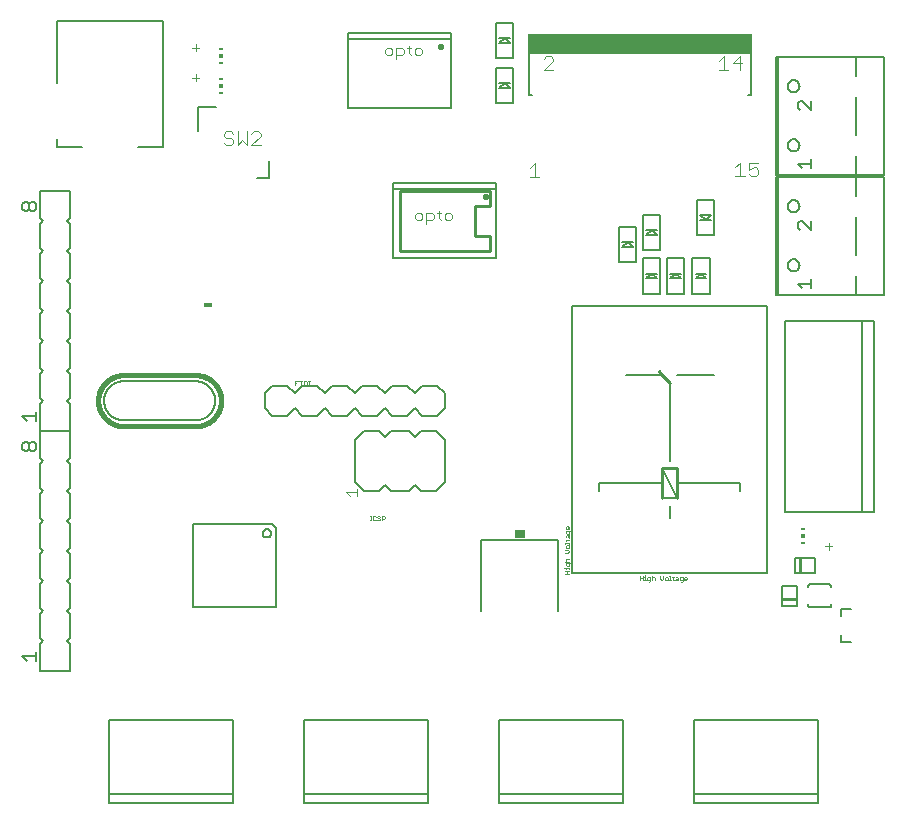
<source format=gto>
G75*
%MOIN*%
%OFA0B0*%
%FSLAX25Y25*%
%IPPOS*%
%LPD*%
%AMOC8*
5,1,8,0,0,1.08239X$1,22.5*
%
%ADD10C,0.00100*%
%ADD11C,0.01000*%
%ADD12C,0.00300*%
%ADD13C,0.00500*%
%ADD14C,0.00600*%
%ADD15C,0.00400*%
%ADD16R,0.74606X0.06594*%
%ADD17C,0.00800*%
%ADD18C,0.02174*%
%ADD19R,0.02800X0.01600*%
%ADD20C,0.01600*%
%ADD21R,0.01181X0.00591*%
%ADD22R,0.01181X0.01181*%
%ADD23R,0.03400X0.03000*%
D10*
X0119217Y0096850D02*
X0119717Y0096850D01*
X0119467Y0096850D02*
X0119467Y0098351D01*
X0119217Y0098351D02*
X0119717Y0098351D01*
X0120199Y0098101D02*
X0120449Y0098351D01*
X0120949Y0098351D01*
X0121200Y0098101D01*
X0121672Y0098101D02*
X0121922Y0098351D01*
X0122423Y0098351D01*
X0122673Y0098101D01*
X0123145Y0098351D02*
X0123145Y0096850D01*
X0123145Y0097350D02*
X0123896Y0097350D01*
X0124146Y0097601D01*
X0124146Y0098101D01*
X0123896Y0098351D01*
X0123145Y0098351D01*
X0122423Y0097601D02*
X0122673Y0097350D01*
X0122673Y0097100D01*
X0122423Y0096850D01*
X0121922Y0096850D01*
X0121672Y0097100D01*
X0121200Y0097100D02*
X0120949Y0096850D01*
X0120449Y0096850D01*
X0120199Y0097100D01*
X0120199Y0098101D01*
X0121672Y0098101D02*
X0121672Y0097851D01*
X0121922Y0097601D01*
X0122423Y0097601D01*
X0099137Y0141850D02*
X0098636Y0141850D01*
X0098887Y0141850D02*
X0098887Y0143351D01*
X0099137Y0143351D02*
X0098636Y0143351D01*
X0098164Y0143101D02*
X0097914Y0143351D01*
X0097163Y0143351D01*
X0097163Y0141850D01*
X0097914Y0141850D01*
X0098164Y0142100D01*
X0098164Y0143101D01*
X0096691Y0143351D02*
X0095690Y0143351D01*
X0095218Y0143351D02*
X0094217Y0143351D01*
X0094217Y0141850D01*
X0094217Y0142601D02*
X0094717Y0142601D01*
X0096190Y0143351D02*
X0096190Y0141850D01*
X0184716Y0094654D02*
X0184966Y0094904D01*
X0185216Y0094904D01*
X0185216Y0093903D01*
X0184966Y0093903D02*
X0184716Y0094154D01*
X0184716Y0094654D01*
X0184966Y0093903D02*
X0185466Y0093903D01*
X0185717Y0094154D01*
X0185717Y0094654D01*
X0185717Y0093431D02*
X0185717Y0092680D01*
X0185466Y0092430D01*
X0184966Y0092430D01*
X0184716Y0092680D01*
X0184716Y0093431D01*
X0185967Y0093431D01*
X0186217Y0093181D01*
X0186217Y0092931D01*
X0185717Y0091958D02*
X0185717Y0091207D01*
X0185466Y0090957D01*
X0185216Y0091207D01*
X0185216Y0091958D01*
X0184966Y0091958D02*
X0185717Y0091958D01*
X0184966Y0091958D02*
X0184716Y0091708D01*
X0184716Y0091207D01*
X0184716Y0090475D02*
X0184716Y0089975D01*
X0184466Y0090225D02*
X0185466Y0090225D01*
X0185717Y0090475D01*
X0185717Y0089493D02*
X0185717Y0088993D01*
X0185717Y0089243D02*
X0184215Y0089243D01*
X0184215Y0088993D01*
X0184716Y0088270D02*
X0184716Y0087770D01*
X0184966Y0087519D01*
X0185466Y0087519D01*
X0185717Y0087770D01*
X0185717Y0088270D01*
X0185466Y0088520D01*
X0184966Y0088520D01*
X0184716Y0088270D01*
X0185216Y0087047D02*
X0184215Y0087047D01*
X0184215Y0086046D02*
X0185216Y0086046D01*
X0185717Y0086546D01*
X0185216Y0087047D01*
X0184966Y0084100D02*
X0185717Y0084100D01*
X0184966Y0084100D02*
X0184716Y0083850D01*
X0184716Y0083350D01*
X0184966Y0083100D01*
X0184716Y0082627D02*
X0184716Y0081877D01*
X0184966Y0081626D01*
X0185466Y0081626D01*
X0185717Y0081877D01*
X0185717Y0082627D01*
X0185967Y0082627D02*
X0184716Y0082627D01*
X0184215Y0083100D02*
X0185717Y0083100D01*
X0185967Y0082627D02*
X0186217Y0082377D01*
X0186217Y0082127D01*
X0185717Y0081145D02*
X0185717Y0080644D01*
X0185717Y0080894D02*
X0184716Y0080894D01*
X0184716Y0080644D01*
X0184966Y0080172D02*
X0184966Y0079171D01*
X0185717Y0079171D02*
X0184215Y0079171D01*
X0184215Y0080172D02*
X0185717Y0080172D01*
X0184215Y0080894D02*
X0183965Y0080894D01*
X0209217Y0078351D02*
X0209217Y0076850D01*
X0209217Y0077601D02*
X0210218Y0077601D01*
X0210690Y0077851D02*
X0210940Y0077851D01*
X0210940Y0076850D01*
X0210690Y0076850D02*
X0211190Y0076850D01*
X0211672Y0077100D02*
X0211922Y0076850D01*
X0212673Y0076850D01*
X0212673Y0076600D02*
X0212673Y0077851D01*
X0211922Y0077851D01*
X0211672Y0077601D01*
X0211672Y0077100D01*
X0212173Y0076350D02*
X0212423Y0076350D01*
X0212673Y0076600D01*
X0213145Y0076850D02*
X0213145Y0078351D01*
X0213396Y0077851D02*
X0213896Y0077851D01*
X0214146Y0077601D01*
X0214146Y0076850D01*
X0213396Y0077851D02*
X0213145Y0077601D01*
X0210940Y0078351D02*
X0210940Y0078601D01*
X0210218Y0078351D02*
X0210218Y0076850D01*
X0216092Y0077350D02*
X0216592Y0076850D01*
X0217093Y0077350D01*
X0217093Y0078351D01*
X0217815Y0077851D02*
X0217565Y0077601D01*
X0217565Y0077100D01*
X0217815Y0076850D01*
X0218316Y0076850D01*
X0218566Y0077100D01*
X0218566Y0077601D01*
X0218316Y0077851D01*
X0217815Y0077851D01*
X0219038Y0078351D02*
X0219289Y0078351D01*
X0219289Y0076850D01*
X0219539Y0076850D02*
X0219038Y0076850D01*
X0220271Y0077100D02*
X0220521Y0076850D01*
X0220271Y0077100D02*
X0220271Y0078101D01*
X0220021Y0077851D02*
X0220521Y0077851D01*
X0221253Y0077851D02*
X0221753Y0077851D01*
X0222004Y0077601D01*
X0222004Y0076850D01*
X0221253Y0076850D01*
X0221003Y0077100D01*
X0221253Y0077350D01*
X0222004Y0077350D01*
X0222476Y0077100D02*
X0222726Y0076850D01*
X0223477Y0076850D01*
X0223477Y0076600D02*
X0223477Y0077851D01*
X0222726Y0077851D01*
X0222476Y0077601D01*
X0222476Y0077100D01*
X0222976Y0076350D02*
X0223227Y0076350D01*
X0223477Y0076600D01*
X0223949Y0077100D02*
X0223949Y0077601D01*
X0224199Y0077851D01*
X0224700Y0077851D01*
X0224950Y0077601D01*
X0224950Y0077350D01*
X0223949Y0077350D01*
X0223949Y0077100D02*
X0224199Y0076850D01*
X0224700Y0076850D01*
X0216092Y0077350D02*
X0216092Y0078351D01*
D11*
X0216667Y0104300D02*
X0216667Y0109300D01*
X0216667Y0114300D01*
X0221667Y0114300D01*
X0221667Y0109300D01*
X0221667Y0104300D01*
X0219167Y0142800D02*
X0216667Y0145300D01*
X0215467Y0146600D01*
X0159167Y0186800D02*
X0159167Y0191800D01*
X0154167Y0191800D01*
X0154167Y0201800D01*
X0159167Y0201800D01*
X0159167Y0206800D01*
X0129167Y0206800D01*
X0129167Y0186800D01*
X0159167Y0186800D01*
D12*
X0146607Y0197567D02*
X0146607Y0198802D01*
X0145990Y0199419D01*
X0144756Y0199419D01*
X0144138Y0198802D01*
X0144138Y0197567D01*
X0144756Y0196950D01*
X0145990Y0196950D01*
X0146607Y0197567D01*
X0142917Y0196950D02*
X0142300Y0197567D01*
X0142300Y0200036D01*
X0141683Y0199419D02*
X0142917Y0199419D01*
X0140469Y0198802D02*
X0140469Y0197567D01*
X0139851Y0196950D01*
X0138000Y0196950D01*
X0138000Y0195716D02*
X0138000Y0199419D01*
X0139851Y0199419D01*
X0140469Y0198802D01*
X0136785Y0198802D02*
X0136168Y0199419D01*
X0134934Y0199419D01*
X0134317Y0198802D01*
X0134317Y0197567D01*
X0134934Y0196950D01*
X0136168Y0196950D01*
X0136785Y0197567D01*
X0136785Y0198802D01*
X0128000Y0250716D02*
X0128000Y0254419D01*
X0129851Y0254419D01*
X0130469Y0253802D01*
X0130469Y0252567D01*
X0129851Y0251950D01*
X0128000Y0251950D01*
X0126785Y0252567D02*
X0126785Y0253802D01*
X0126168Y0254419D01*
X0124934Y0254419D01*
X0124317Y0253802D01*
X0124317Y0252567D01*
X0124934Y0251950D01*
X0126168Y0251950D01*
X0126785Y0252567D01*
X0131683Y0254419D02*
X0132917Y0254419D01*
X0132300Y0255036D02*
X0132300Y0252567D01*
X0132917Y0251950D01*
X0134138Y0252567D02*
X0134756Y0251950D01*
X0135990Y0251950D01*
X0136607Y0252567D01*
X0136607Y0253802D01*
X0135990Y0254419D01*
X0134756Y0254419D01*
X0134138Y0253802D01*
X0134138Y0252567D01*
X0062399Y0254501D02*
X0059931Y0254501D01*
X0061165Y0253267D02*
X0061165Y0255736D01*
X0061165Y0245736D02*
X0061165Y0243267D01*
X0059931Y0244501D02*
X0062399Y0244501D01*
X0115017Y0107419D02*
X0115017Y0104950D01*
X0115017Y0106184D02*
X0111313Y0106184D01*
X0112548Y0104950D01*
X0270931Y0088184D02*
X0273399Y0088184D01*
X0272165Y0086950D02*
X0272165Y0089419D01*
D13*
X0267513Y0084359D02*
X0267513Y0079241D01*
X0260820Y0079241D01*
X0260820Y0084359D01*
X0267513Y0084359D01*
X0262986Y0084162D02*
X0262986Y0079438D01*
X0262592Y0079438D02*
X0262592Y0084162D01*
X0262986Y0084162D01*
X0261726Y0075146D02*
X0256608Y0075146D01*
X0256608Y0068454D01*
X0261726Y0068454D01*
X0261726Y0075146D01*
X0261529Y0070619D02*
X0256804Y0070619D01*
X0256804Y0070225D01*
X0261529Y0070225D01*
X0232619Y0172394D02*
X0226714Y0172394D01*
X0226714Y0184206D01*
X0232619Y0184206D01*
X0232619Y0172394D01*
X0231417Y0177550D02*
X0229667Y0179050D01*
X0227917Y0177550D01*
X0231417Y0177550D01*
X0231417Y0179050D02*
X0227917Y0179050D01*
X0222917Y0179050D02*
X0219417Y0179050D01*
X0219417Y0177550D02*
X0221167Y0179050D01*
X0222917Y0177550D01*
X0219417Y0177550D01*
X0214917Y0177550D02*
X0213167Y0179050D01*
X0211417Y0177550D01*
X0214917Y0177550D01*
X0214917Y0179050D02*
X0211417Y0179050D01*
X0208119Y0182894D02*
X0202214Y0182894D01*
X0202214Y0194706D01*
X0208119Y0194706D01*
X0208119Y0182894D01*
X0210214Y0184206D02*
X0210214Y0172394D01*
X0216119Y0172394D01*
X0216119Y0184206D01*
X0210214Y0184206D01*
X0210214Y0186894D02*
X0210214Y0198706D01*
X0216119Y0198706D01*
X0216119Y0186894D01*
X0210214Y0186894D01*
X0206917Y0188050D02*
X0205167Y0189550D01*
X0203417Y0188050D01*
X0206917Y0188050D01*
X0206917Y0189550D02*
X0203417Y0189550D01*
X0211417Y0192050D02*
X0213167Y0193550D01*
X0214917Y0192050D01*
X0211417Y0192050D01*
X0211417Y0193550D02*
X0214917Y0193550D01*
X0218214Y0184206D02*
X0218214Y0172394D01*
X0224119Y0172394D01*
X0224119Y0184206D01*
X0218214Y0184206D01*
X0228214Y0191894D02*
X0228214Y0203706D01*
X0234119Y0203706D01*
X0234119Y0191894D01*
X0228214Y0191894D01*
X0229417Y0197050D02*
X0232917Y0197050D01*
X0232917Y0198550D02*
X0231167Y0197050D01*
X0229417Y0198550D01*
X0232917Y0198550D01*
X0261913Y0195959D02*
X0261913Y0194458D01*
X0262663Y0193707D01*
X0261913Y0195959D02*
X0262663Y0196710D01*
X0263414Y0196710D01*
X0266417Y0193707D01*
X0266417Y0196710D01*
X0266417Y0214207D02*
X0266417Y0217210D01*
X0266417Y0215709D02*
X0261913Y0215709D01*
X0263414Y0214207D01*
X0262663Y0233707D02*
X0261913Y0234458D01*
X0261913Y0235959D01*
X0262663Y0236710D01*
X0263414Y0236710D01*
X0266417Y0233707D01*
X0266417Y0236710D01*
X0266417Y0177210D02*
X0266417Y0174207D01*
X0266417Y0175709D02*
X0261913Y0175709D01*
X0263414Y0174207D01*
X0167119Y0235894D02*
X0161214Y0235894D01*
X0161214Y0247706D01*
X0167119Y0247706D01*
X0167119Y0235894D01*
X0165917Y0241050D02*
X0164167Y0242550D01*
X0162417Y0241050D01*
X0165917Y0241050D01*
X0165917Y0242550D02*
X0162417Y0242550D01*
X0161214Y0250894D02*
X0161214Y0262706D01*
X0167119Y0262706D01*
X0167119Y0250894D01*
X0161214Y0250894D01*
X0162417Y0256050D02*
X0164167Y0257550D01*
X0165917Y0256050D01*
X0162417Y0256050D01*
X0162417Y0257550D02*
X0165917Y0257550D01*
X0085517Y0216800D02*
X0085517Y0211100D01*
X0081667Y0211100D01*
X0061917Y0226800D02*
X0061917Y0234750D01*
X0061915Y0234750D01*
X0061917Y0234750D02*
X0068017Y0234750D01*
X0007917Y0202302D02*
X0007917Y0200801D01*
X0007166Y0200050D01*
X0006415Y0200050D01*
X0005665Y0200801D01*
X0005665Y0202302D01*
X0006415Y0203053D01*
X0007166Y0203053D01*
X0007917Y0202302D01*
X0005665Y0202302D02*
X0004914Y0203053D01*
X0004163Y0203053D01*
X0003413Y0202302D01*
X0003413Y0200801D01*
X0004163Y0200050D01*
X0004914Y0200050D01*
X0005665Y0200801D01*
X0007917Y0133053D02*
X0007917Y0130050D01*
X0007917Y0131551D02*
X0003413Y0131551D01*
X0004914Y0130050D01*
X0004914Y0123053D02*
X0005665Y0122302D01*
X0005665Y0120801D01*
X0004914Y0120050D01*
X0004163Y0120050D01*
X0003413Y0120801D01*
X0003413Y0122302D01*
X0004163Y0123053D01*
X0004914Y0123053D01*
X0005665Y0122302D02*
X0006415Y0123053D01*
X0007166Y0123053D01*
X0007917Y0122302D01*
X0007917Y0120801D01*
X0007166Y0120050D01*
X0006415Y0120050D01*
X0005665Y0120801D01*
X0007917Y0053053D02*
X0007917Y0050050D01*
X0007917Y0051551D02*
X0003413Y0051551D01*
X0004914Y0050050D01*
X0114167Y0109800D02*
X0114167Y0123800D01*
X0117167Y0126800D01*
X0122167Y0126800D01*
X0124167Y0124800D01*
X0126167Y0126800D01*
X0132167Y0126800D01*
X0134167Y0124800D01*
X0136167Y0126800D01*
X0141167Y0126800D01*
X0144167Y0123800D01*
X0144167Y0109800D01*
X0141167Y0106800D01*
X0136167Y0106800D01*
X0134167Y0108800D01*
X0132167Y0106800D01*
X0126167Y0106800D01*
X0124167Y0108800D01*
X0122167Y0106800D01*
X0117167Y0106800D01*
X0114167Y0109800D01*
D14*
X0116667Y0131800D02*
X0114167Y0134300D01*
X0111667Y0131800D01*
X0106667Y0131800D01*
X0104167Y0134300D01*
X0101667Y0131800D01*
X0096667Y0131800D01*
X0094167Y0134300D01*
X0091667Y0131800D01*
X0086667Y0131800D01*
X0084167Y0134300D01*
X0084167Y0139300D01*
X0086667Y0141800D01*
X0091667Y0141800D01*
X0094167Y0139300D01*
X0096667Y0141800D01*
X0101667Y0141800D01*
X0104167Y0139300D01*
X0106667Y0141800D01*
X0111667Y0141800D01*
X0114167Y0139300D01*
X0116667Y0141800D01*
X0121667Y0141800D01*
X0124167Y0139300D01*
X0126667Y0141800D01*
X0131667Y0141800D01*
X0134167Y0139300D01*
X0136667Y0141800D01*
X0141667Y0141800D01*
X0144167Y0139300D01*
X0144167Y0134300D01*
X0141667Y0131800D01*
X0136667Y0131800D01*
X0134167Y0134300D01*
X0131667Y0131800D01*
X0126667Y0131800D01*
X0124167Y0134300D01*
X0121667Y0131800D01*
X0116667Y0131800D01*
X0086568Y0095599D02*
X0087966Y0094202D01*
X0087966Y0068001D01*
X0060367Y0068001D01*
X0060367Y0095599D01*
X0086568Y0095599D01*
X0083553Y0092600D02*
X0083555Y0092675D01*
X0083561Y0092749D01*
X0083571Y0092823D01*
X0083584Y0092896D01*
X0083602Y0092969D01*
X0083623Y0093040D01*
X0083648Y0093111D01*
X0083677Y0093180D01*
X0083710Y0093247D01*
X0083746Y0093312D01*
X0083785Y0093376D01*
X0083827Y0093437D01*
X0083873Y0093496D01*
X0083922Y0093553D01*
X0083974Y0093606D01*
X0084028Y0093657D01*
X0084085Y0093706D01*
X0084145Y0093750D01*
X0084207Y0093792D01*
X0084271Y0093831D01*
X0084337Y0093866D01*
X0084404Y0093897D01*
X0084474Y0093925D01*
X0084544Y0093949D01*
X0084616Y0093970D01*
X0084689Y0093986D01*
X0084762Y0093999D01*
X0084837Y0094008D01*
X0084911Y0094013D01*
X0084986Y0094014D01*
X0085060Y0094011D01*
X0085135Y0094004D01*
X0085208Y0093993D01*
X0085282Y0093979D01*
X0085354Y0093960D01*
X0085425Y0093938D01*
X0085495Y0093912D01*
X0085564Y0093882D01*
X0085630Y0093849D01*
X0085695Y0093812D01*
X0085758Y0093772D01*
X0085819Y0093728D01*
X0085877Y0093682D01*
X0085933Y0093632D01*
X0085986Y0093580D01*
X0086037Y0093525D01*
X0086084Y0093467D01*
X0086128Y0093407D01*
X0086169Y0093344D01*
X0086207Y0093280D01*
X0086241Y0093214D01*
X0086272Y0093145D01*
X0086299Y0093076D01*
X0086322Y0093005D01*
X0086341Y0092933D01*
X0086357Y0092860D01*
X0086369Y0092786D01*
X0086377Y0092712D01*
X0086381Y0092637D01*
X0086381Y0092563D01*
X0086377Y0092488D01*
X0086369Y0092414D01*
X0086357Y0092340D01*
X0086341Y0092267D01*
X0086322Y0092195D01*
X0086299Y0092124D01*
X0086272Y0092055D01*
X0086241Y0091986D01*
X0086207Y0091920D01*
X0086169Y0091856D01*
X0086128Y0091793D01*
X0086084Y0091733D01*
X0086037Y0091675D01*
X0085986Y0091620D01*
X0085933Y0091568D01*
X0085877Y0091518D01*
X0085819Y0091472D01*
X0085758Y0091428D01*
X0085695Y0091388D01*
X0085630Y0091351D01*
X0085564Y0091318D01*
X0085495Y0091288D01*
X0085425Y0091262D01*
X0085354Y0091240D01*
X0085282Y0091221D01*
X0085208Y0091207D01*
X0085135Y0091196D01*
X0085060Y0091189D01*
X0084986Y0091186D01*
X0084911Y0091187D01*
X0084837Y0091192D01*
X0084762Y0091201D01*
X0084689Y0091214D01*
X0084616Y0091230D01*
X0084544Y0091251D01*
X0084474Y0091275D01*
X0084404Y0091303D01*
X0084337Y0091334D01*
X0084271Y0091369D01*
X0084207Y0091408D01*
X0084145Y0091450D01*
X0084085Y0091494D01*
X0084028Y0091543D01*
X0083974Y0091594D01*
X0083922Y0091647D01*
X0083873Y0091704D01*
X0083827Y0091763D01*
X0083785Y0091824D01*
X0083746Y0091888D01*
X0083710Y0091953D01*
X0083677Y0092020D01*
X0083648Y0092089D01*
X0083623Y0092160D01*
X0083602Y0092231D01*
X0083584Y0092304D01*
X0083571Y0092377D01*
X0083561Y0092451D01*
X0083555Y0092525D01*
X0083553Y0092600D01*
X0061167Y0130300D02*
X0037167Y0130300D01*
X0037007Y0130302D01*
X0036848Y0130308D01*
X0036689Y0130318D01*
X0036530Y0130331D01*
X0036371Y0130349D01*
X0036213Y0130370D01*
X0036056Y0130396D01*
X0035899Y0130425D01*
X0035743Y0130458D01*
X0035588Y0130495D01*
X0035433Y0130535D01*
X0035280Y0130580D01*
X0035128Y0130628D01*
X0034977Y0130680D01*
X0034828Y0130736D01*
X0034680Y0130795D01*
X0034533Y0130858D01*
X0034388Y0130924D01*
X0034245Y0130994D01*
X0034103Y0131068D01*
X0033963Y0131144D01*
X0033825Y0131225D01*
X0033690Y0131308D01*
X0033556Y0131395D01*
X0033424Y0131486D01*
X0033295Y0131579D01*
X0033168Y0131676D01*
X0033043Y0131775D01*
X0032921Y0131878D01*
X0032802Y0131984D01*
X0032685Y0132092D01*
X0032571Y0132204D01*
X0032459Y0132318D01*
X0032351Y0132435D01*
X0032245Y0132554D01*
X0032142Y0132676D01*
X0032043Y0132801D01*
X0031946Y0132928D01*
X0031853Y0133057D01*
X0031762Y0133189D01*
X0031675Y0133323D01*
X0031592Y0133458D01*
X0031511Y0133596D01*
X0031435Y0133736D01*
X0031361Y0133878D01*
X0031291Y0134021D01*
X0031225Y0134166D01*
X0031162Y0134313D01*
X0031103Y0134461D01*
X0031047Y0134610D01*
X0030995Y0134761D01*
X0030947Y0134913D01*
X0030902Y0135066D01*
X0030862Y0135221D01*
X0030825Y0135376D01*
X0030792Y0135532D01*
X0030763Y0135689D01*
X0030737Y0135846D01*
X0030716Y0136004D01*
X0030698Y0136163D01*
X0030685Y0136322D01*
X0030675Y0136481D01*
X0030669Y0136640D01*
X0030667Y0136800D01*
X0030669Y0136960D01*
X0030675Y0137119D01*
X0030685Y0137278D01*
X0030698Y0137437D01*
X0030716Y0137596D01*
X0030737Y0137754D01*
X0030763Y0137911D01*
X0030792Y0138068D01*
X0030825Y0138224D01*
X0030862Y0138379D01*
X0030902Y0138534D01*
X0030947Y0138687D01*
X0030995Y0138839D01*
X0031047Y0138990D01*
X0031103Y0139139D01*
X0031162Y0139287D01*
X0031225Y0139434D01*
X0031291Y0139579D01*
X0031361Y0139722D01*
X0031435Y0139864D01*
X0031511Y0140004D01*
X0031592Y0140142D01*
X0031675Y0140277D01*
X0031762Y0140411D01*
X0031853Y0140543D01*
X0031946Y0140672D01*
X0032043Y0140799D01*
X0032142Y0140924D01*
X0032245Y0141046D01*
X0032351Y0141165D01*
X0032459Y0141282D01*
X0032571Y0141396D01*
X0032685Y0141508D01*
X0032802Y0141616D01*
X0032921Y0141722D01*
X0033043Y0141825D01*
X0033168Y0141924D01*
X0033295Y0142021D01*
X0033424Y0142114D01*
X0033556Y0142205D01*
X0033690Y0142292D01*
X0033825Y0142375D01*
X0033963Y0142456D01*
X0034103Y0142532D01*
X0034245Y0142606D01*
X0034388Y0142676D01*
X0034533Y0142742D01*
X0034680Y0142805D01*
X0034828Y0142864D01*
X0034977Y0142920D01*
X0035128Y0142972D01*
X0035280Y0143020D01*
X0035433Y0143065D01*
X0035588Y0143105D01*
X0035743Y0143142D01*
X0035899Y0143175D01*
X0036056Y0143204D01*
X0036213Y0143230D01*
X0036371Y0143251D01*
X0036530Y0143269D01*
X0036689Y0143282D01*
X0036848Y0143292D01*
X0037007Y0143298D01*
X0037167Y0143300D01*
X0061167Y0143300D01*
X0061327Y0143298D01*
X0061486Y0143292D01*
X0061645Y0143282D01*
X0061804Y0143269D01*
X0061963Y0143251D01*
X0062121Y0143230D01*
X0062278Y0143204D01*
X0062435Y0143175D01*
X0062591Y0143142D01*
X0062746Y0143105D01*
X0062901Y0143065D01*
X0063054Y0143020D01*
X0063206Y0142972D01*
X0063357Y0142920D01*
X0063506Y0142864D01*
X0063654Y0142805D01*
X0063801Y0142742D01*
X0063946Y0142676D01*
X0064089Y0142606D01*
X0064231Y0142532D01*
X0064371Y0142456D01*
X0064509Y0142375D01*
X0064644Y0142292D01*
X0064778Y0142205D01*
X0064910Y0142114D01*
X0065039Y0142021D01*
X0065166Y0141924D01*
X0065291Y0141825D01*
X0065413Y0141722D01*
X0065532Y0141616D01*
X0065649Y0141508D01*
X0065763Y0141396D01*
X0065875Y0141282D01*
X0065983Y0141165D01*
X0066089Y0141046D01*
X0066192Y0140924D01*
X0066291Y0140799D01*
X0066388Y0140672D01*
X0066481Y0140543D01*
X0066572Y0140411D01*
X0066659Y0140277D01*
X0066742Y0140142D01*
X0066823Y0140004D01*
X0066899Y0139864D01*
X0066973Y0139722D01*
X0067043Y0139579D01*
X0067109Y0139434D01*
X0067172Y0139287D01*
X0067231Y0139139D01*
X0067287Y0138990D01*
X0067339Y0138839D01*
X0067387Y0138687D01*
X0067432Y0138534D01*
X0067472Y0138379D01*
X0067509Y0138224D01*
X0067542Y0138068D01*
X0067571Y0137911D01*
X0067597Y0137754D01*
X0067618Y0137596D01*
X0067636Y0137437D01*
X0067649Y0137278D01*
X0067659Y0137119D01*
X0067665Y0136960D01*
X0067667Y0136800D01*
X0067665Y0136640D01*
X0067659Y0136481D01*
X0067649Y0136322D01*
X0067636Y0136163D01*
X0067618Y0136004D01*
X0067597Y0135846D01*
X0067571Y0135689D01*
X0067542Y0135532D01*
X0067509Y0135376D01*
X0067472Y0135221D01*
X0067432Y0135066D01*
X0067387Y0134913D01*
X0067339Y0134761D01*
X0067287Y0134610D01*
X0067231Y0134461D01*
X0067172Y0134313D01*
X0067109Y0134166D01*
X0067043Y0134021D01*
X0066973Y0133878D01*
X0066899Y0133736D01*
X0066823Y0133596D01*
X0066742Y0133458D01*
X0066659Y0133323D01*
X0066572Y0133189D01*
X0066481Y0133057D01*
X0066388Y0132928D01*
X0066291Y0132801D01*
X0066192Y0132676D01*
X0066089Y0132554D01*
X0065983Y0132435D01*
X0065875Y0132318D01*
X0065763Y0132204D01*
X0065649Y0132092D01*
X0065532Y0131984D01*
X0065413Y0131878D01*
X0065291Y0131775D01*
X0065166Y0131676D01*
X0065039Y0131579D01*
X0064910Y0131486D01*
X0064778Y0131395D01*
X0064644Y0131308D01*
X0064509Y0131225D01*
X0064371Y0131144D01*
X0064231Y0131068D01*
X0064089Y0130994D01*
X0063946Y0130924D01*
X0063801Y0130858D01*
X0063654Y0130795D01*
X0063506Y0130736D01*
X0063357Y0130680D01*
X0063206Y0130628D01*
X0063054Y0130580D01*
X0062901Y0130535D01*
X0062746Y0130495D01*
X0062591Y0130458D01*
X0062435Y0130425D01*
X0062278Y0130396D01*
X0062121Y0130370D01*
X0061963Y0130349D01*
X0061804Y0130331D01*
X0061645Y0130318D01*
X0061486Y0130308D01*
X0061327Y0130302D01*
X0061167Y0130300D01*
X0019167Y0126800D02*
X0019167Y0117800D01*
X0018167Y0116800D01*
X0019167Y0115800D01*
X0019167Y0107800D01*
X0018167Y0106800D01*
X0019167Y0105800D01*
X0019167Y0097800D01*
X0018167Y0096800D01*
X0019167Y0095800D01*
X0019167Y0087800D01*
X0018167Y0086800D01*
X0019167Y0085800D01*
X0019167Y0077800D01*
X0018167Y0076800D01*
X0019167Y0075800D01*
X0019167Y0067800D01*
X0018167Y0066800D01*
X0019167Y0065800D01*
X0019167Y0057800D01*
X0018167Y0056800D01*
X0019167Y0055800D01*
X0019167Y0046800D01*
X0009167Y0046800D01*
X0009167Y0055800D01*
X0010167Y0056800D01*
X0009167Y0057800D01*
X0009167Y0065800D01*
X0010167Y0066800D01*
X0009167Y0067800D01*
X0009167Y0075800D01*
X0010167Y0076800D01*
X0009167Y0077800D01*
X0009167Y0085800D01*
X0010167Y0086800D01*
X0009167Y0087800D01*
X0009167Y0095800D01*
X0010167Y0096800D01*
X0009167Y0097800D01*
X0009167Y0105800D01*
X0010167Y0106800D01*
X0009167Y0107800D01*
X0009167Y0115800D01*
X0010167Y0116800D01*
X0009167Y0117800D01*
X0009167Y0126800D01*
X0019167Y0126800D01*
X0019167Y0135800D01*
X0018167Y0136800D01*
X0019167Y0137800D01*
X0019167Y0145800D01*
X0018167Y0146800D01*
X0019167Y0147800D01*
X0019167Y0155800D01*
X0018167Y0156800D01*
X0019167Y0157800D01*
X0019167Y0165800D01*
X0018167Y0166800D01*
X0019167Y0167800D01*
X0019167Y0175800D01*
X0018167Y0176800D01*
X0019167Y0177800D01*
X0019167Y0185800D01*
X0018167Y0186800D01*
X0019167Y0187800D01*
X0019167Y0195800D01*
X0018167Y0196800D01*
X0019167Y0197800D01*
X0019167Y0206800D01*
X0009167Y0206800D01*
X0009167Y0197800D01*
X0010167Y0196800D01*
X0009167Y0195800D01*
X0009167Y0187800D01*
X0010167Y0186800D01*
X0009167Y0185800D01*
X0009167Y0177800D01*
X0010167Y0176800D01*
X0009167Y0175800D01*
X0009167Y0167800D01*
X0010167Y0166800D01*
X0009167Y0165800D01*
X0009167Y0157800D01*
X0010167Y0156800D01*
X0009167Y0155800D01*
X0009167Y0147800D01*
X0010167Y0146800D01*
X0009167Y0145800D01*
X0009167Y0137800D01*
X0010167Y0136800D01*
X0009167Y0135800D01*
X0009167Y0126800D01*
X0019167Y0126800D01*
X0127001Y0184280D02*
X0161430Y0184280D01*
X0161430Y0209320D01*
X0127001Y0209320D01*
X0127001Y0207288D01*
X0161037Y0207288D01*
X0146430Y0234280D02*
X0146430Y0259320D01*
X0112001Y0259320D01*
X0112001Y0257288D01*
X0146037Y0257288D01*
X0146430Y0234280D02*
X0112001Y0234280D01*
X0112001Y0257288D01*
X0127001Y0207288D02*
X0127001Y0184280D01*
X0172167Y0238800D02*
X0172167Y0252800D01*
X0172167Y0238800D02*
X0173167Y0238800D01*
X0245167Y0238800D02*
X0246167Y0238800D01*
X0246167Y0252800D01*
X0254466Y0251457D02*
X0254466Y0212158D01*
X0255265Y0212158D01*
X0255265Y0251457D01*
X0281265Y0251457D01*
X0290667Y0251457D01*
X0290667Y0212158D01*
X0281265Y0212158D01*
X0255265Y0212158D01*
X0255265Y0211457D02*
X0281265Y0211457D01*
X0290667Y0211457D01*
X0290667Y0172158D01*
X0281265Y0172158D01*
X0255265Y0172158D01*
X0254466Y0172158D01*
X0254466Y0211457D01*
X0255265Y0211457D01*
X0255265Y0172158D01*
X0251667Y0168300D02*
X0251667Y0079300D01*
X0186667Y0079300D01*
X0186667Y0168300D01*
X0251667Y0168300D01*
X0258467Y0181957D02*
X0258469Y0182046D01*
X0258475Y0182135D01*
X0258485Y0182224D01*
X0258499Y0182312D01*
X0258516Y0182399D01*
X0258538Y0182485D01*
X0258564Y0182571D01*
X0258593Y0182655D01*
X0258626Y0182738D01*
X0258662Y0182819D01*
X0258703Y0182899D01*
X0258746Y0182976D01*
X0258793Y0183052D01*
X0258844Y0183125D01*
X0258897Y0183196D01*
X0258954Y0183265D01*
X0259014Y0183331D01*
X0259077Y0183395D01*
X0259142Y0183455D01*
X0259210Y0183513D01*
X0259281Y0183567D01*
X0259354Y0183618D01*
X0259429Y0183666D01*
X0259506Y0183711D01*
X0259585Y0183752D01*
X0259666Y0183789D01*
X0259748Y0183823D01*
X0259832Y0183854D01*
X0259917Y0183880D01*
X0260003Y0183903D01*
X0260090Y0183921D01*
X0260178Y0183936D01*
X0260267Y0183947D01*
X0260356Y0183954D01*
X0260445Y0183957D01*
X0260534Y0183956D01*
X0260623Y0183951D01*
X0260711Y0183942D01*
X0260800Y0183929D01*
X0260887Y0183912D01*
X0260974Y0183892D01*
X0261060Y0183867D01*
X0261144Y0183839D01*
X0261227Y0183807D01*
X0261309Y0183771D01*
X0261389Y0183732D01*
X0261467Y0183689D01*
X0261543Y0183643D01*
X0261617Y0183593D01*
X0261689Y0183540D01*
X0261758Y0183484D01*
X0261825Y0183425D01*
X0261889Y0183363D01*
X0261950Y0183299D01*
X0262009Y0183231D01*
X0262064Y0183161D01*
X0262116Y0183089D01*
X0262165Y0183014D01*
X0262210Y0182938D01*
X0262252Y0182859D01*
X0262290Y0182779D01*
X0262325Y0182697D01*
X0262356Y0182613D01*
X0262384Y0182528D01*
X0262407Y0182442D01*
X0262427Y0182355D01*
X0262443Y0182268D01*
X0262455Y0182179D01*
X0262463Y0182091D01*
X0262467Y0182002D01*
X0262467Y0181912D01*
X0262463Y0181823D01*
X0262455Y0181735D01*
X0262443Y0181646D01*
X0262427Y0181559D01*
X0262407Y0181472D01*
X0262384Y0181386D01*
X0262356Y0181301D01*
X0262325Y0181217D01*
X0262290Y0181135D01*
X0262252Y0181055D01*
X0262210Y0180976D01*
X0262165Y0180900D01*
X0262116Y0180825D01*
X0262064Y0180753D01*
X0262009Y0180683D01*
X0261950Y0180615D01*
X0261889Y0180551D01*
X0261825Y0180489D01*
X0261758Y0180430D01*
X0261689Y0180374D01*
X0261617Y0180321D01*
X0261543Y0180271D01*
X0261467Y0180225D01*
X0261389Y0180182D01*
X0261309Y0180143D01*
X0261227Y0180107D01*
X0261144Y0180075D01*
X0261060Y0180047D01*
X0260974Y0180022D01*
X0260887Y0180002D01*
X0260800Y0179985D01*
X0260711Y0179972D01*
X0260623Y0179963D01*
X0260534Y0179958D01*
X0260445Y0179957D01*
X0260356Y0179960D01*
X0260267Y0179967D01*
X0260178Y0179978D01*
X0260090Y0179993D01*
X0260003Y0180011D01*
X0259917Y0180034D01*
X0259832Y0180060D01*
X0259748Y0180091D01*
X0259666Y0180125D01*
X0259585Y0180162D01*
X0259506Y0180203D01*
X0259429Y0180248D01*
X0259354Y0180296D01*
X0259281Y0180347D01*
X0259210Y0180401D01*
X0259142Y0180459D01*
X0259077Y0180519D01*
X0259014Y0180583D01*
X0258954Y0180649D01*
X0258897Y0180718D01*
X0258844Y0180789D01*
X0258793Y0180862D01*
X0258746Y0180938D01*
X0258703Y0181015D01*
X0258662Y0181095D01*
X0258626Y0181176D01*
X0258593Y0181259D01*
X0258564Y0181343D01*
X0258538Y0181429D01*
X0258516Y0181515D01*
X0258499Y0181602D01*
X0258485Y0181690D01*
X0258475Y0181779D01*
X0258469Y0181868D01*
X0258467Y0181957D01*
X0258467Y0201657D02*
X0258469Y0201746D01*
X0258475Y0201835D01*
X0258485Y0201924D01*
X0258499Y0202012D01*
X0258516Y0202099D01*
X0258538Y0202185D01*
X0258564Y0202271D01*
X0258593Y0202355D01*
X0258626Y0202438D01*
X0258662Y0202519D01*
X0258703Y0202599D01*
X0258746Y0202676D01*
X0258793Y0202752D01*
X0258844Y0202825D01*
X0258897Y0202896D01*
X0258954Y0202965D01*
X0259014Y0203031D01*
X0259077Y0203095D01*
X0259142Y0203155D01*
X0259210Y0203213D01*
X0259281Y0203267D01*
X0259354Y0203318D01*
X0259429Y0203366D01*
X0259506Y0203411D01*
X0259585Y0203452D01*
X0259666Y0203489D01*
X0259748Y0203523D01*
X0259832Y0203554D01*
X0259917Y0203580D01*
X0260003Y0203603D01*
X0260090Y0203621D01*
X0260178Y0203636D01*
X0260267Y0203647D01*
X0260356Y0203654D01*
X0260445Y0203657D01*
X0260534Y0203656D01*
X0260623Y0203651D01*
X0260711Y0203642D01*
X0260800Y0203629D01*
X0260887Y0203612D01*
X0260974Y0203592D01*
X0261060Y0203567D01*
X0261144Y0203539D01*
X0261227Y0203507D01*
X0261309Y0203471D01*
X0261389Y0203432D01*
X0261467Y0203389D01*
X0261543Y0203343D01*
X0261617Y0203293D01*
X0261689Y0203240D01*
X0261758Y0203184D01*
X0261825Y0203125D01*
X0261889Y0203063D01*
X0261950Y0202999D01*
X0262009Y0202931D01*
X0262064Y0202861D01*
X0262116Y0202789D01*
X0262165Y0202714D01*
X0262210Y0202638D01*
X0262252Y0202559D01*
X0262290Y0202479D01*
X0262325Y0202397D01*
X0262356Y0202313D01*
X0262384Y0202228D01*
X0262407Y0202142D01*
X0262427Y0202055D01*
X0262443Y0201968D01*
X0262455Y0201879D01*
X0262463Y0201791D01*
X0262467Y0201702D01*
X0262467Y0201612D01*
X0262463Y0201523D01*
X0262455Y0201435D01*
X0262443Y0201346D01*
X0262427Y0201259D01*
X0262407Y0201172D01*
X0262384Y0201086D01*
X0262356Y0201001D01*
X0262325Y0200917D01*
X0262290Y0200835D01*
X0262252Y0200755D01*
X0262210Y0200676D01*
X0262165Y0200600D01*
X0262116Y0200525D01*
X0262064Y0200453D01*
X0262009Y0200383D01*
X0261950Y0200315D01*
X0261889Y0200251D01*
X0261825Y0200189D01*
X0261758Y0200130D01*
X0261689Y0200074D01*
X0261617Y0200021D01*
X0261543Y0199971D01*
X0261467Y0199925D01*
X0261389Y0199882D01*
X0261309Y0199843D01*
X0261227Y0199807D01*
X0261144Y0199775D01*
X0261060Y0199747D01*
X0260974Y0199722D01*
X0260887Y0199702D01*
X0260800Y0199685D01*
X0260711Y0199672D01*
X0260623Y0199663D01*
X0260534Y0199658D01*
X0260445Y0199657D01*
X0260356Y0199660D01*
X0260267Y0199667D01*
X0260178Y0199678D01*
X0260090Y0199693D01*
X0260003Y0199711D01*
X0259917Y0199734D01*
X0259832Y0199760D01*
X0259748Y0199791D01*
X0259666Y0199825D01*
X0259585Y0199862D01*
X0259506Y0199903D01*
X0259429Y0199948D01*
X0259354Y0199996D01*
X0259281Y0200047D01*
X0259210Y0200101D01*
X0259142Y0200159D01*
X0259077Y0200219D01*
X0259014Y0200283D01*
X0258954Y0200349D01*
X0258897Y0200418D01*
X0258844Y0200489D01*
X0258793Y0200562D01*
X0258746Y0200638D01*
X0258703Y0200715D01*
X0258662Y0200795D01*
X0258626Y0200876D01*
X0258593Y0200959D01*
X0258564Y0201043D01*
X0258538Y0201129D01*
X0258516Y0201215D01*
X0258499Y0201302D01*
X0258485Y0201390D01*
X0258475Y0201479D01*
X0258469Y0201568D01*
X0258467Y0201657D01*
X0258467Y0221957D02*
X0258469Y0222046D01*
X0258475Y0222135D01*
X0258485Y0222224D01*
X0258499Y0222312D01*
X0258516Y0222399D01*
X0258538Y0222485D01*
X0258564Y0222571D01*
X0258593Y0222655D01*
X0258626Y0222738D01*
X0258662Y0222819D01*
X0258703Y0222899D01*
X0258746Y0222976D01*
X0258793Y0223052D01*
X0258844Y0223125D01*
X0258897Y0223196D01*
X0258954Y0223265D01*
X0259014Y0223331D01*
X0259077Y0223395D01*
X0259142Y0223455D01*
X0259210Y0223513D01*
X0259281Y0223567D01*
X0259354Y0223618D01*
X0259429Y0223666D01*
X0259506Y0223711D01*
X0259585Y0223752D01*
X0259666Y0223789D01*
X0259748Y0223823D01*
X0259832Y0223854D01*
X0259917Y0223880D01*
X0260003Y0223903D01*
X0260090Y0223921D01*
X0260178Y0223936D01*
X0260267Y0223947D01*
X0260356Y0223954D01*
X0260445Y0223957D01*
X0260534Y0223956D01*
X0260623Y0223951D01*
X0260711Y0223942D01*
X0260800Y0223929D01*
X0260887Y0223912D01*
X0260974Y0223892D01*
X0261060Y0223867D01*
X0261144Y0223839D01*
X0261227Y0223807D01*
X0261309Y0223771D01*
X0261389Y0223732D01*
X0261467Y0223689D01*
X0261543Y0223643D01*
X0261617Y0223593D01*
X0261689Y0223540D01*
X0261758Y0223484D01*
X0261825Y0223425D01*
X0261889Y0223363D01*
X0261950Y0223299D01*
X0262009Y0223231D01*
X0262064Y0223161D01*
X0262116Y0223089D01*
X0262165Y0223014D01*
X0262210Y0222938D01*
X0262252Y0222859D01*
X0262290Y0222779D01*
X0262325Y0222697D01*
X0262356Y0222613D01*
X0262384Y0222528D01*
X0262407Y0222442D01*
X0262427Y0222355D01*
X0262443Y0222268D01*
X0262455Y0222179D01*
X0262463Y0222091D01*
X0262467Y0222002D01*
X0262467Y0221912D01*
X0262463Y0221823D01*
X0262455Y0221735D01*
X0262443Y0221646D01*
X0262427Y0221559D01*
X0262407Y0221472D01*
X0262384Y0221386D01*
X0262356Y0221301D01*
X0262325Y0221217D01*
X0262290Y0221135D01*
X0262252Y0221055D01*
X0262210Y0220976D01*
X0262165Y0220900D01*
X0262116Y0220825D01*
X0262064Y0220753D01*
X0262009Y0220683D01*
X0261950Y0220615D01*
X0261889Y0220551D01*
X0261825Y0220489D01*
X0261758Y0220430D01*
X0261689Y0220374D01*
X0261617Y0220321D01*
X0261543Y0220271D01*
X0261467Y0220225D01*
X0261389Y0220182D01*
X0261309Y0220143D01*
X0261227Y0220107D01*
X0261144Y0220075D01*
X0261060Y0220047D01*
X0260974Y0220022D01*
X0260887Y0220002D01*
X0260800Y0219985D01*
X0260711Y0219972D01*
X0260623Y0219963D01*
X0260534Y0219958D01*
X0260445Y0219957D01*
X0260356Y0219960D01*
X0260267Y0219967D01*
X0260178Y0219978D01*
X0260090Y0219993D01*
X0260003Y0220011D01*
X0259917Y0220034D01*
X0259832Y0220060D01*
X0259748Y0220091D01*
X0259666Y0220125D01*
X0259585Y0220162D01*
X0259506Y0220203D01*
X0259429Y0220248D01*
X0259354Y0220296D01*
X0259281Y0220347D01*
X0259210Y0220401D01*
X0259142Y0220459D01*
X0259077Y0220519D01*
X0259014Y0220583D01*
X0258954Y0220649D01*
X0258897Y0220718D01*
X0258844Y0220789D01*
X0258793Y0220862D01*
X0258746Y0220938D01*
X0258703Y0221015D01*
X0258662Y0221095D01*
X0258626Y0221176D01*
X0258593Y0221259D01*
X0258564Y0221343D01*
X0258538Y0221429D01*
X0258516Y0221515D01*
X0258499Y0221602D01*
X0258485Y0221690D01*
X0258475Y0221779D01*
X0258469Y0221868D01*
X0258467Y0221957D01*
X0258467Y0241657D02*
X0258469Y0241746D01*
X0258475Y0241835D01*
X0258485Y0241924D01*
X0258499Y0242012D01*
X0258516Y0242099D01*
X0258538Y0242185D01*
X0258564Y0242271D01*
X0258593Y0242355D01*
X0258626Y0242438D01*
X0258662Y0242519D01*
X0258703Y0242599D01*
X0258746Y0242676D01*
X0258793Y0242752D01*
X0258844Y0242825D01*
X0258897Y0242896D01*
X0258954Y0242965D01*
X0259014Y0243031D01*
X0259077Y0243095D01*
X0259142Y0243155D01*
X0259210Y0243213D01*
X0259281Y0243267D01*
X0259354Y0243318D01*
X0259429Y0243366D01*
X0259506Y0243411D01*
X0259585Y0243452D01*
X0259666Y0243489D01*
X0259748Y0243523D01*
X0259832Y0243554D01*
X0259917Y0243580D01*
X0260003Y0243603D01*
X0260090Y0243621D01*
X0260178Y0243636D01*
X0260267Y0243647D01*
X0260356Y0243654D01*
X0260445Y0243657D01*
X0260534Y0243656D01*
X0260623Y0243651D01*
X0260711Y0243642D01*
X0260800Y0243629D01*
X0260887Y0243612D01*
X0260974Y0243592D01*
X0261060Y0243567D01*
X0261144Y0243539D01*
X0261227Y0243507D01*
X0261309Y0243471D01*
X0261389Y0243432D01*
X0261467Y0243389D01*
X0261543Y0243343D01*
X0261617Y0243293D01*
X0261689Y0243240D01*
X0261758Y0243184D01*
X0261825Y0243125D01*
X0261889Y0243063D01*
X0261950Y0242999D01*
X0262009Y0242931D01*
X0262064Y0242861D01*
X0262116Y0242789D01*
X0262165Y0242714D01*
X0262210Y0242638D01*
X0262252Y0242559D01*
X0262290Y0242479D01*
X0262325Y0242397D01*
X0262356Y0242313D01*
X0262384Y0242228D01*
X0262407Y0242142D01*
X0262427Y0242055D01*
X0262443Y0241968D01*
X0262455Y0241879D01*
X0262463Y0241791D01*
X0262467Y0241702D01*
X0262467Y0241612D01*
X0262463Y0241523D01*
X0262455Y0241435D01*
X0262443Y0241346D01*
X0262427Y0241259D01*
X0262407Y0241172D01*
X0262384Y0241086D01*
X0262356Y0241001D01*
X0262325Y0240917D01*
X0262290Y0240835D01*
X0262252Y0240755D01*
X0262210Y0240676D01*
X0262165Y0240600D01*
X0262116Y0240525D01*
X0262064Y0240453D01*
X0262009Y0240383D01*
X0261950Y0240315D01*
X0261889Y0240251D01*
X0261825Y0240189D01*
X0261758Y0240130D01*
X0261689Y0240074D01*
X0261617Y0240021D01*
X0261543Y0239971D01*
X0261467Y0239925D01*
X0261389Y0239882D01*
X0261309Y0239843D01*
X0261227Y0239807D01*
X0261144Y0239775D01*
X0261060Y0239747D01*
X0260974Y0239722D01*
X0260887Y0239702D01*
X0260800Y0239685D01*
X0260711Y0239672D01*
X0260623Y0239663D01*
X0260534Y0239658D01*
X0260445Y0239657D01*
X0260356Y0239660D01*
X0260267Y0239667D01*
X0260178Y0239678D01*
X0260090Y0239693D01*
X0260003Y0239711D01*
X0259917Y0239734D01*
X0259832Y0239760D01*
X0259748Y0239791D01*
X0259666Y0239825D01*
X0259585Y0239862D01*
X0259506Y0239903D01*
X0259429Y0239948D01*
X0259354Y0239996D01*
X0259281Y0240047D01*
X0259210Y0240101D01*
X0259142Y0240159D01*
X0259077Y0240219D01*
X0259014Y0240283D01*
X0258954Y0240349D01*
X0258897Y0240418D01*
X0258844Y0240489D01*
X0258793Y0240562D01*
X0258746Y0240638D01*
X0258703Y0240715D01*
X0258662Y0240795D01*
X0258626Y0240876D01*
X0258593Y0240959D01*
X0258564Y0241043D01*
X0258538Y0241129D01*
X0258516Y0241215D01*
X0258499Y0241302D01*
X0258485Y0241390D01*
X0258475Y0241479D01*
X0258469Y0241568D01*
X0258467Y0241657D01*
X0255265Y0251457D02*
X0254466Y0251457D01*
X0281265Y0251457D02*
X0281265Y0245158D01*
X0281265Y0238158D02*
X0281265Y0225457D01*
X0281265Y0218457D02*
X0281265Y0212158D01*
X0281265Y0211457D02*
X0281265Y0205158D01*
X0281265Y0198158D02*
X0281265Y0185457D01*
X0281265Y0178457D02*
X0281265Y0172158D01*
X0233967Y0145300D02*
X0221667Y0145300D01*
X0219167Y0142800D02*
X0219167Y0116800D01*
X0216667Y0114300D02*
X0221667Y0104300D01*
X0216667Y0104300D01*
X0219167Y0101800D02*
X0219167Y0097800D01*
X0221667Y0109300D02*
X0242667Y0109300D01*
X0242667Y0106800D01*
X0216667Y0109300D02*
X0195667Y0109300D01*
X0195667Y0106800D01*
X0204467Y0145300D02*
X0216667Y0145300D01*
D15*
X0241089Y0211531D02*
X0244159Y0211531D01*
X0242624Y0211531D02*
X0242624Y0216135D01*
X0241089Y0214600D01*
X0245693Y0213833D02*
X0247228Y0214600D01*
X0247995Y0214600D01*
X0248763Y0213833D01*
X0248763Y0212298D01*
X0247995Y0211531D01*
X0246461Y0211531D01*
X0245693Y0212298D01*
X0245693Y0213833D02*
X0245693Y0216135D01*
X0248763Y0216135D01*
X0242526Y0247000D02*
X0242526Y0251604D01*
X0240225Y0249302D01*
X0243294Y0249302D01*
X0238690Y0247000D02*
X0235621Y0247000D01*
X0237155Y0247000D02*
X0237155Y0251604D01*
X0235621Y0250069D01*
X0180245Y0250069D02*
X0180245Y0250837D01*
X0179478Y0251604D01*
X0177943Y0251604D01*
X0177176Y0250837D01*
X0180245Y0250069D02*
X0177176Y0247000D01*
X0180245Y0247000D01*
X0174179Y0215902D02*
X0174179Y0211298D01*
X0172645Y0211298D02*
X0175714Y0211298D01*
X0172645Y0214367D02*
X0174179Y0215902D01*
X0082832Y0222000D02*
X0079763Y0222000D01*
X0082832Y0225069D01*
X0082832Y0225837D01*
X0082065Y0226604D01*
X0080530Y0226604D01*
X0079763Y0225837D01*
X0078228Y0226604D02*
X0078228Y0222000D01*
X0076693Y0223535D01*
X0075159Y0222000D01*
X0075159Y0226604D01*
X0073624Y0225837D02*
X0072857Y0226604D01*
X0071322Y0226604D01*
X0070555Y0225837D01*
X0070555Y0225069D01*
X0071322Y0224302D01*
X0072857Y0224302D01*
X0073624Y0223535D01*
X0073624Y0222767D01*
X0072857Y0222000D01*
X0071322Y0222000D01*
X0070555Y0222767D01*
D16*
X0209167Y0255786D03*
D17*
X0032277Y0005776D02*
X0032277Y0002627D01*
X0073615Y0002627D01*
X0073615Y0005776D01*
X0032277Y0005776D01*
X0032277Y0030186D01*
X0073615Y0030186D01*
X0073615Y0005776D01*
X0097277Y0005776D02*
X0097277Y0002627D01*
X0138615Y0002627D01*
X0138615Y0005776D01*
X0097277Y0005776D01*
X0097277Y0030186D01*
X0138615Y0030186D01*
X0138615Y0005776D01*
X0162277Y0005776D02*
X0162277Y0002627D01*
X0203615Y0002627D01*
X0203615Y0005776D01*
X0162277Y0005776D01*
X0162277Y0030186D01*
X0203615Y0030186D01*
X0203615Y0005776D01*
X0227277Y0005776D02*
X0227277Y0002627D01*
X0268615Y0002627D01*
X0268615Y0005776D01*
X0227277Y0005776D01*
X0227277Y0030186D01*
X0268615Y0030186D01*
X0268615Y0005776D01*
X0276411Y0056288D02*
X0279560Y0056288D01*
X0276411Y0056288D02*
X0276411Y0058650D01*
X0276411Y0064950D02*
X0276411Y0067312D01*
X0279560Y0067312D01*
X0272316Y0067863D02*
X0266017Y0067863D01*
X0266017Y0067862D02*
X0265958Y0067876D01*
X0265900Y0067893D01*
X0265843Y0067914D01*
X0265787Y0067938D01*
X0265733Y0067966D01*
X0265681Y0067996D01*
X0265630Y0068030D01*
X0265582Y0068067D01*
X0265536Y0068106D01*
X0265493Y0068149D01*
X0265452Y0068193D01*
X0265414Y0068241D01*
X0265379Y0068290D01*
X0265347Y0068342D01*
X0265318Y0068395D01*
X0265292Y0068450D01*
X0265270Y0068506D01*
X0265251Y0068564D01*
X0265235Y0068623D01*
X0265224Y0068682D01*
X0265215Y0068742D01*
X0265211Y0068803D01*
X0265210Y0068863D01*
X0265213Y0068924D01*
X0265219Y0068984D01*
X0265229Y0069044D01*
X0265229Y0074556D02*
X0265219Y0074616D01*
X0265213Y0074676D01*
X0265210Y0074737D01*
X0265211Y0074797D01*
X0265215Y0074858D01*
X0265224Y0074918D01*
X0265235Y0074977D01*
X0265251Y0075036D01*
X0265270Y0075094D01*
X0265292Y0075150D01*
X0265318Y0075205D01*
X0265347Y0075258D01*
X0265379Y0075310D01*
X0265414Y0075359D01*
X0265452Y0075407D01*
X0265493Y0075451D01*
X0265536Y0075494D01*
X0265582Y0075533D01*
X0265630Y0075570D01*
X0265681Y0075604D01*
X0265733Y0075634D01*
X0265787Y0075662D01*
X0265843Y0075686D01*
X0265900Y0075707D01*
X0265958Y0075724D01*
X0266017Y0075738D01*
X0266017Y0075737D02*
X0272316Y0075737D01*
X0272316Y0075738D02*
X0272375Y0075724D01*
X0272433Y0075707D01*
X0272490Y0075686D01*
X0272546Y0075662D01*
X0272600Y0075634D01*
X0272652Y0075604D01*
X0272703Y0075570D01*
X0272751Y0075533D01*
X0272797Y0075494D01*
X0272840Y0075451D01*
X0272881Y0075407D01*
X0272919Y0075359D01*
X0272954Y0075310D01*
X0272986Y0075258D01*
X0273015Y0075205D01*
X0273041Y0075150D01*
X0273063Y0075094D01*
X0273082Y0075036D01*
X0273098Y0074977D01*
X0273109Y0074918D01*
X0273118Y0074858D01*
X0273122Y0074797D01*
X0273123Y0074737D01*
X0273120Y0074676D01*
X0273114Y0074616D01*
X0273104Y0074556D01*
X0273104Y0069044D02*
X0273114Y0068984D01*
X0273120Y0068924D01*
X0273123Y0068863D01*
X0273122Y0068803D01*
X0273118Y0068742D01*
X0273109Y0068682D01*
X0273098Y0068623D01*
X0273082Y0068564D01*
X0273063Y0068506D01*
X0273041Y0068450D01*
X0273015Y0068395D01*
X0272986Y0068342D01*
X0272954Y0068290D01*
X0272919Y0068241D01*
X0272881Y0068193D01*
X0272840Y0068149D01*
X0272797Y0068106D01*
X0272751Y0068067D01*
X0272703Y0068030D01*
X0272652Y0067996D01*
X0272600Y0067966D01*
X0272546Y0067938D01*
X0272490Y0067914D01*
X0272433Y0067893D01*
X0272375Y0067876D01*
X0272316Y0067862D01*
X0283222Y0099595D02*
X0257631Y0099595D01*
X0257631Y0163375D01*
X0283222Y0163375D01*
X0283222Y0099595D01*
X0287159Y0099595D01*
X0287159Y0163375D01*
X0283222Y0163375D01*
X0182068Y0090300D02*
X0182067Y0066700D01*
X0182068Y0090300D02*
X0156265Y0090300D01*
X0156267Y0066700D01*
X0050383Y0221363D02*
X0042115Y0221363D01*
X0050383Y0221363D02*
X0050383Y0263489D01*
X0014950Y0263489D01*
X0014950Y0242623D01*
X0014950Y0224119D02*
X0014950Y0221363D01*
X0023218Y0221363D01*
D18*
X0142946Y0254674D03*
X0157946Y0204674D03*
D19*
X0065167Y0168800D03*
D20*
X0061167Y0145300D02*
X0037167Y0145300D01*
X0036960Y0145297D01*
X0036753Y0145290D01*
X0036547Y0145277D01*
X0036340Y0145260D01*
X0036135Y0145237D01*
X0035929Y0145209D01*
X0035725Y0145177D01*
X0035521Y0145139D01*
X0035319Y0145097D01*
X0035117Y0145049D01*
X0034917Y0144997D01*
X0034718Y0144940D01*
X0034521Y0144878D01*
X0034325Y0144811D01*
X0034131Y0144739D01*
X0033938Y0144663D01*
X0033748Y0144582D01*
X0033559Y0144496D01*
X0033373Y0144406D01*
X0033189Y0144312D01*
X0033007Y0144212D01*
X0032828Y0144109D01*
X0032651Y0144001D01*
X0032477Y0143889D01*
X0032306Y0143773D01*
X0032137Y0143652D01*
X0031972Y0143528D01*
X0031810Y0143399D01*
X0031651Y0143267D01*
X0031495Y0143131D01*
X0031342Y0142991D01*
X0031193Y0142847D01*
X0031048Y0142700D01*
X0030906Y0142549D01*
X0030768Y0142395D01*
X0030633Y0142237D01*
X0030503Y0142077D01*
X0030377Y0141913D01*
X0030254Y0141746D01*
X0030136Y0141576D01*
X0030021Y0141403D01*
X0029911Y0141228D01*
X0029806Y0141050D01*
X0029704Y0140869D01*
X0029608Y0140687D01*
X0029515Y0140501D01*
X0029427Y0140314D01*
X0029344Y0140124D01*
X0029265Y0139933D01*
X0029191Y0139740D01*
X0029122Y0139544D01*
X0029058Y0139348D01*
X0028998Y0139150D01*
X0028943Y0138950D01*
X0028893Y0138749D01*
X0028848Y0138547D01*
X0028808Y0138344D01*
X0028773Y0138140D01*
X0028743Y0137935D01*
X0028718Y0137730D01*
X0028698Y0137524D01*
X0028683Y0137317D01*
X0028673Y0137110D01*
X0028668Y0136903D01*
X0028668Y0136697D01*
X0028673Y0136490D01*
X0028683Y0136283D01*
X0028698Y0136076D01*
X0028718Y0135870D01*
X0028743Y0135665D01*
X0028773Y0135460D01*
X0028808Y0135256D01*
X0028848Y0135053D01*
X0028893Y0134851D01*
X0028943Y0134650D01*
X0028998Y0134450D01*
X0029058Y0134252D01*
X0029122Y0134056D01*
X0029191Y0133860D01*
X0029265Y0133667D01*
X0029344Y0133476D01*
X0029427Y0133286D01*
X0029515Y0133099D01*
X0029608Y0132913D01*
X0029704Y0132731D01*
X0029806Y0132550D01*
X0029911Y0132372D01*
X0030021Y0132197D01*
X0030136Y0132024D01*
X0030254Y0131854D01*
X0030377Y0131687D01*
X0030503Y0131523D01*
X0030633Y0131363D01*
X0030768Y0131205D01*
X0030906Y0131051D01*
X0031048Y0130900D01*
X0031193Y0130753D01*
X0031342Y0130609D01*
X0031495Y0130469D01*
X0031651Y0130333D01*
X0031810Y0130201D01*
X0031972Y0130072D01*
X0032137Y0129948D01*
X0032306Y0129827D01*
X0032477Y0129711D01*
X0032651Y0129599D01*
X0032828Y0129491D01*
X0033007Y0129388D01*
X0033189Y0129288D01*
X0033373Y0129194D01*
X0033559Y0129104D01*
X0033748Y0129018D01*
X0033938Y0128937D01*
X0034131Y0128861D01*
X0034325Y0128789D01*
X0034521Y0128722D01*
X0034718Y0128660D01*
X0034917Y0128603D01*
X0035117Y0128551D01*
X0035319Y0128503D01*
X0035521Y0128461D01*
X0035725Y0128423D01*
X0035929Y0128391D01*
X0036135Y0128363D01*
X0036340Y0128340D01*
X0036547Y0128323D01*
X0036753Y0128310D01*
X0036960Y0128303D01*
X0037167Y0128300D01*
X0061167Y0128300D01*
X0061374Y0128303D01*
X0061581Y0128310D01*
X0061787Y0128323D01*
X0061994Y0128340D01*
X0062199Y0128363D01*
X0062405Y0128391D01*
X0062609Y0128423D01*
X0062813Y0128461D01*
X0063015Y0128503D01*
X0063217Y0128551D01*
X0063417Y0128603D01*
X0063616Y0128660D01*
X0063813Y0128722D01*
X0064009Y0128789D01*
X0064203Y0128861D01*
X0064396Y0128937D01*
X0064586Y0129018D01*
X0064775Y0129104D01*
X0064961Y0129194D01*
X0065145Y0129288D01*
X0065327Y0129388D01*
X0065506Y0129491D01*
X0065683Y0129599D01*
X0065857Y0129711D01*
X0066028Y0129827D01*
X0066197Y0129948D01*
X0066362Y0130072D01*
X0066524Y0130201D01*
X0066683Y0130333D01*
X0066839Y0130469D01*
X0066992Y0130609D01*
X0067141Y0130753D01*
X0067286Y0130900D01*
X0067428Y0131051D01*
X0067566Y0131205D01*
X0067701Y0131363D01*
X0067831Y0131523D01*
X0067957Y0131687D01*
X0068080Y0131854D01*
X0068198Y0132024D01*
X0068313Y0132197D01*
X0068423Y0132372D01*
X0068528Y0132550D01*
X0068630Y0132731D01*
X0068726Y0132913D01*
X0068819Y0133099D01*
X0068907Y0133286D01*
X0068990Y0133476D01*
X0069069Y0133667D01*
X0069143Y0133860D01*
X0069212Y0134056D01*
X0069276Y0134252D01*
X0069336Y0134450D01*
X0069391Y0134650D01*
X0069441Y0134851D01*
X0069486Y0135053D01*
X0069526Y0135256D01*
X0069561Y0135460D01*
X0069591Y0135665D01*
X0069616Y0135870D01*
X0069636Y0136076D01*
X0069651Y0136283D01*
X0069661Y0136490D01*
X0069666Y0136697D01*
X0069666Y0136903D01*
X0069661Y0137110D01*
X0069651Y0137317D01*
X0069636Y0137524D01*
X0069616Y0137730D01*
X0069591Y0137935D01*
X0069561Y0138140D01*
X0069526Y0138344D01*
X0069486Y0138547D01*
X0069441Y0138749D01*
X0069391Y0138950D01*
X0069336Y0139150D01*
X0069276Y0139348D01*
X0069212Y0139544D01*
X0069143Y0139740D01*
X0069069Y0139933D01*
X0068990Y0140124D01*
X0068907Y0140314D01*
X0068819Y0140501D01*
X0068726Y0140687D01*
X0068630Y0140869D01*
X0068528Y0141050D01*
X0068423Y0141228D01*
X0068313Y0141403D01*
X0068198Y0141576D01*
X0068080Y0141746D01*
X0067957Y0141913D01*
X0067831Y0142077D01*
X0067701Y0142237D01*
X0067566Y0142395D01*
X0067428Y0142549D01*
X0067286Y0142700D01*
X0067141Y0142847D01*
X0066992Y0142991D01*
X0066839Y0143131D01*
X0066683Y0143267D01*
X0066524Y0143399D01*
X0066362Y0143528D01*
X0066197Y0143652D01*
X0066028Y0143773D01*
X0065857Y0143889D01*
X0065683Y0144001D01*
X0065506Y0144109D01*
X0065327Y0144212D01*
X0065145Y0144312D01*
X0064961Y0144406D01*
X0064775Y0144496D01*
X0064586Y0144582D01*
X0064396Y0144663D01*
X0064203Y0144739D01*
X0064009Y0144811D01*
X0063813Y0144878D01*
X0063616Y0144940D01*
X0063417Y0144997D01*
X0063217Y0145049D01*
X0063015Y0145097D01*
X0062813Y0145139D01*
X0062609Y0145177D01*
X0062405Y0145209D01*
X0062199Y0145237D01*
X0061994Y0145260D01*
X0061787Y0145277D01*
X0061581Y0145290D01*
X0061374Y0145297D01*
X0061167Y0145300D01*
D21*
X0069757Y0239438D03*
X0069757Y0244162D03*
X0069757Y0249438D03*
X0069757Y0254162D03*
X0263576Y0094162D03*
X0263576Y0089438D03*
D22*
X0263576Y0091800D03*
X0069757Y0241800D03*
X0069757Y0251800D03*
D23*
X0169167Y0092200D03*
M02*

</source>
